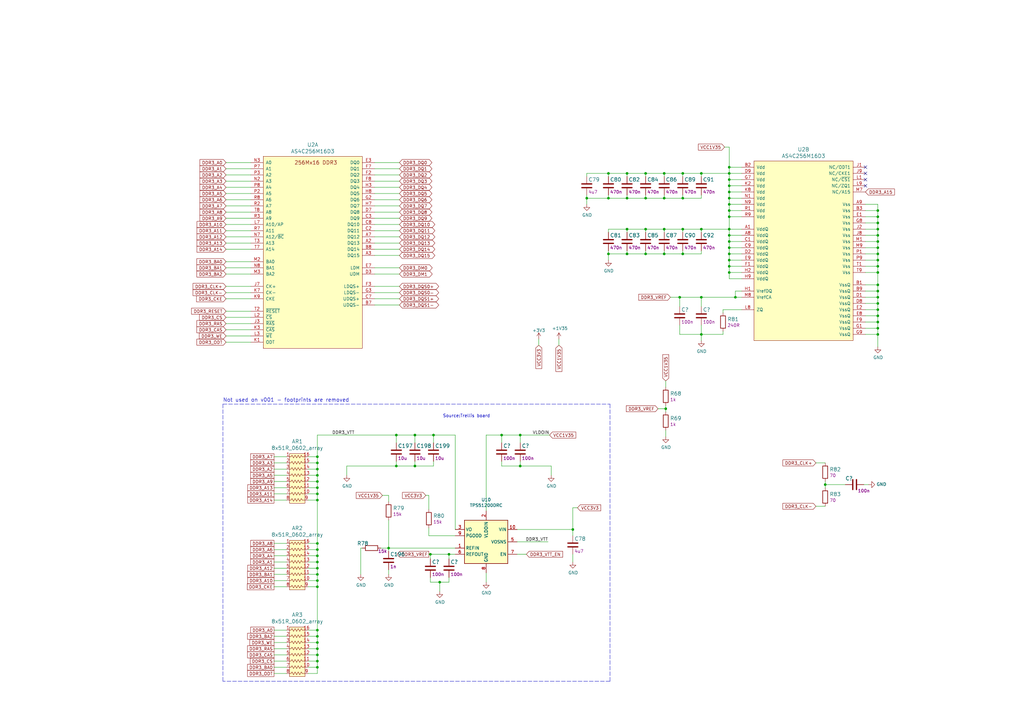
<source format=kicad_sch>
(kicad_sch (version 20231120) (generator "eeschema") (generator_version "8.0")
  (paper "A3")
  (title_block (title "DDR3") (rev "1.0.3") (comment 1 "Reference - ecp5-dc-scm") (comment 2 "Apache License 2.0"))
  (junction (at 130.175 192.405))
  (junction (at 176.53 227.33))
  (junction (at 287.655 71.12))
  (junction (at 301.625 121.92))
  (junction (at 159.385 224.79))
  (junction (at 287.655 121.92))
  (junction (at 299.085 81.28))
  (junction (at 170.18 191.135))
  (junction (at 360.045 132.08))
  (junction (at 299.085 76.2))
  (junction (at 287.655 93.98))
  (junction (at 299.085 111.76))
  (junction (at 264.795 71.12))
  (junction (at 360.045 134.62))
  (junction (at 257.175 71.12))
  (junction (at 360.045 93.98))
  (junction (at 360.045 137.16))
  (junction (at 280.035 93.98))
  (junction (at 360.045 88.9))
  (junction (at 180.34 238.76))
  (junction (at 360.045 96.52))
  (junction (at 360.045 116.84))
  (junction (at 278.765 121.92))
  (junction (at 130.175 268.605))
  (junction (at 240.665 81.28))
  (junction (at 130.175 271.145))
  (junction (at 299.085 101.6))
  (junction (at 130.175 197.485))
  (junction (at 360.045 127))
  (junction (at 360.045 101.6))
  (junction (at 360.045 129.54))
  (junction (at 299.085 88.9))
  (junction (at 130.175 202.565))
  (junction (at 130.175 240.665))
  (junction (at 130.175 200.025))
  (junction (at 130.175 233.045))
  (junction (at 299.085 71.12))
  (junction (at 360.045 119.38))
  (junction (at 257.175 104.14))
  (junction (at 360.045 121.92))
  (junction (at 257.175 93.98))
  (junction (at 280.035 71.12))
  (junction (at 299.085 99.06))
  (junction (at 249.555 104.14))
  (junction (at 213.36 191.135))
  (junction (at 299.085 93.98))
  (junction (at 360.045 111.76))
  (junction (at 360.045 99.06))
  (junction (at 130.175 194.945))
  (junction (at 280.035 104.14))
  (junction (at 272.415 93.98))
  (junction (at 287.655 137.16))
  (junction (at 130.175 238.125))
  (junction (at 272.415 81.28))
  (junction (at 272.415 104.14))
  (junction (at 162.56 178.435))
  (junction (at 130.175 230.505))
  (junction (at 264.795 104.14))
  (junction (at 299.085 86.36))
  (junction (at 299.085 78.74))
  (junction (at 264.795 93.98))
  (junction (at 273.05 167.64))
  (junction (at 264.795 81.28))
  (junction (at 360.045 106.68))
  (junction (at 130.175 235.585))
  (junction (at 299.085 104.14))
  (junction (at 162.56 191.135))
  (junction (at 280.035 81.28))
  (junction (at 249.555 81.28))
  (junction (at 257.175 81.28))
  (junction (at 130.175 273.685))
  (junction (at 338.455 198.755))
  (junction (at 205.74 178.435))
  (junction (at 299.085 83.82))
  (junction (at 130.175 189.865))
  (junction (at 130.175 222.885))
  (junction (at 130.175 205.105))
  (junction (at 360.045 109.22))
  (junction (at 130.175 258.445))
  (junction (at 249.555 71.12))
  (junction (at 360.045 86.36))
  (junction (at 299.085 96.52))
  (junction (at 360.045 104.14))
  (junction (at 130.175 266.065))
  (junction (at 130.175 225.425))
  (junction (at 130.175 263.525))
  (junction (at 130.175 187.325))
  (junction (at 130.175 260.985))
  (junction (at 360.045 124.46))
  (junction (at 184.15 227.33))
  (junction (at 177.8 178.435))
  (junction (at 299.085 106.68))
  (junction (at 130.175 227.965))
  (junction (at 213.36 178.435))
  (junction (at 272.415 71.12))
  (junction (at 299.085 73.66))
  (junction (at 299.085 68.58))
  (junction (at 170.18 178.435))
  (junction (at 234.95 217.17))
  (junction (at 299.085 109.22))
  (junction (at 360.045 91.44))
  (no_connect (at 354.965 73.66))
  (no_connect (at 354.965 68.58))
  (no_connect (at 354.965 71.12))
  (no_connect (at 354.965 76.2))
  (wire (pts (xy 112.395 202.565) (xy 117.475 202.565)))
  (wire (pts (xy 296.545 127) (xy 304.165 127)))
  (wire (pts (xy 304.165 83.82) (xy 299.085 83.82)))
  (wire (pts (xy 162.56 178.435) (xy 162.56 181.61)))
  (wire (pts (xy 280.035 104.14) (xy 287.655 104.14)))
  (wire (pts (xy 153.67 112.395) (xy 163.83 112.395)))
  (wire (pts (xy 212.09 217.17) (xy 234.95 217.17)))
  (wire (pts (xy 304.165 81.28) (xy 299.085 81.28)))
  (wire (pts (xy 170.18 178.435) (xy 177.8 178.435)))
  (polyline (pts (xy 250.19 165.735) (xy 250.19 279.4)) (stroke (width 0) (type dash)))
  (wire (pts (xy 117.475 266.065) (xy 112.395 266.065)))
  (polyline (pts (xy 91.44 165.735) (xy 250.19 165.735)) (stroke (width 0) (type dash)))
  (wire (pts (xy 304.165 96.52) (xy 299.085 96.52)))
  (wire (pts (xy 234.95 227.33) (xy 234.95 230.505)))
  (wire (pts (xy 354.965 119.38) (xy 360.045 119.38)))
  (wire (pts (xy 112.395 227.965) (xy 117.475 227.965)))
  (wire (pts (xy 112.395 271.145) (xy 117.475 271.145)))
  (wire (pts (xy 287.655 71.12) (xy 287.655 72.39)))
  (wire (pts (xy 130.175 187.325) (xy 130.175 189.865)))
  (wire (pts (xy 278.765 133.35) (xy 278.765 137.16)))
  (wire (pts (xy 112.395 263.525) (xy 117.475 263.525)))
  (wire (pts (xy 287.655 121.92) (xy 278.765 121.92)))
  (wire (pts (xy 92.71 127.635) (xy 102.87 127.635)))
  (wire (pts (xy 92.71 89.535) (xy 102.87 89.535)))
  (wire (pts (xy 226.06 191.135) (xy 226.06 194.945)))
  (wire (pts (xy 213.36 178.435) (xy 213.36 181.61)))
  (wire (pts (xy 130.175 266.065) (xy 126.365 266.065)))
  (wire (pts (xy 130.175 230.505) (xy 130.175 233.045)))
  (wire (pts (xy 304.165 111.76) (xy 299.085 111.76)))
  (wire (pts (xy 272.415 71.12) (xy 280.035 71.12)))
  (wire (pts (xy 92.71 92.075) (xy 102.87 92.075)))
  (wire (pts (xy 176.53 236.855) (xy 176.53 238.76)))
  (wire (pts (xy 112.395 235.585) (xy 117.475 235.585)))
  (wire (pts (xy 299.085 76.2) (xy 299.085 73.66)))
  (wire (pts (xy 304.165 76.2) (xy 299.085 76.2)))
  (wire (pts (xy 177.8 178.435) (xy 177.8 181.61)))
  (wire (pts (xy 92.71 109.855) (xy 102.87 109.855)))
  (wire (pts (xy 360.045 121.92) (xy 360.045 119.38)))
  (wire (pts (xy 299.085 83.82) (xy 299.085 81.28)))
  (wire (pts (xy 92.71 94.615) (xy 102.87 94.615)))
  (wire (pts (xy 304.165 86.36) (xy 299.085 86.36)))
  (wire (pts (xy 117.475 273.685) (xy 112.395 273.685)))
  (wire (pts (xy 287.655 139.7) (xy 287.655 137.16)))
  (wire (pts (xy 280.035 93.98) (xy 280.035 95.25)))
  (wire (pts (xy 354.33 198.755) (xy 356.235 198.755)))
  (wire (pts (xy 159.385 226.06) (xy 159.385 224.79)))
  (wire (pts (xy 130.175 178.435) (xy 162.56 178.435)))
  (wire (pts (xy 234.95 217.17) (xy 234.95 219.71)))
  (wire (pts (xy 354.965 101.6) (xy 360.045 101.6)))
  (wire (pts (xy 117.475 192.405) (xy 112.395 192.405)))
  (wire (pts (xy 126.365 235.585) (xy 130.175 235.585)))
  (wire (pts (xy 92.71 71.755) (xy 102.87 71.755)))
  (wire (pts (xy 175.895 203.2) (xy 174.625 203.2)))
  (wire (pts (xy 130.175 227.965) (xy 130.175 230.505)))
  (wire (pts (xy 112.395 230.505) (xy 117.475 230.505)))
  (wire (pts (xy 338.455 198.755) (xy 346.71 198.755)))
  (wire (pts (xy 257.175 80.01) (xy 257.175 81.28)))
  (wire (pts (xy 299.085 81.28) (xy 299.085 78.74)))
  (wire (pts (xy 176.53 227.33) (xy 176.53 229.235)))
  (wire (pts (xy 299.085 88.9) (xy 299.085 86.36)))
  (wire (pts (xy 92.71 132.715) (xy 102.87 132.715)))
  (wire (pts (xy 163.83 109.855) (xy 153.67 109.855)))
  (wire (pts (xy 130.175 197.485) (xy 130.175 200.025)))
  (wire (pts (xy 175.895 219.71) (xy 186.69 219.71)))
  (wire (pts (xy 130.175 187.325) (xy 130.175 178.435)))
  (wire (pts (xy 92.71 140.335) (xy 102.87 140.335)))
  (wire (pts (xy 205.74 178.435) (xy 213.36 178.435)))
  (wire (pts (xy 117.475 222.885) (xy 112.395 222.885)))
  (wire (pts (xy 299.085 106.68) (xy 299.085 104.14)))
  (wire (pts (xy 112.395 200.025) (xy 117.475 200.025)))
  (wire (pts (xy 130.175 192.405) (xy 130.175 194.945)))
  (wire (pts (xy 280.035 80.01) (xy 280.035 81.28)))
  (wire (pts (xy 130.175 263.525) (xy 130.175 266.065)))
  (wire (pts (xy 299.085 86.36) (xy 299.085 83.82)))
  (wire (pts (xy 360.045 99.06) (xy 360.045 96.52)))
  (wire (pts (xy 92.71 135.255) (xy 102.87 135.255)))
  (wire (pts (xy 360.045 129.54) (xy 360.045 127)))
  (wire (pts (xy 126.365 205.105) (xy 130.175 205.105)))
  (wire (pts (xy 299.085 73.66) (xy 299.085 71.12)))
  (wire (pts (xy 159.385 203.2) (xy 159.385 205.74)))
  (wire (pts (xy 360.045 116.84) (xy 360.045 111.76)))
  (wire (pts (xy 264.795 80.01) (xy 264.795 81.28)))
  (wire (pts (xy 163.83 79.375) (xy 153.67 79.375)))
  (wire (pts (xy 130.175 222.885) (xy 130.175 225.425)))
  (wire (pts (xy 240.665 71.12) (xy 249.555 71.12)))
  (wire (pts (xy 130.175 202.565) (xy 130.175 205.105)))
  (wire (pts (xy 126.365 240.665) (xy 130.175 240.665)))
  (wire (pts (xy 296.545 135.89) (xy 296.545 137.16)))
  (wire (pts (xy 148.59 224.79) (xy 147.955 224.79)))
  (wire (pts (xy 92.71 76.835) (xy 102.87 76.835)))
  (wire (pts (xy 264.795 93.98) (xy 272.415 93.98)))
  (wire (pts (xy 269.875 167.64) (xy 273.05 167.64)))
  (wire (pts (xy 360.045 134.62) (xy 360.045 132.08)))
  (wire (pts (xy 126.365 200.025) (xy 130.175 200.025)))
  (wire (pts (xy 92.71 107.315) (xy 102.87 107.315)))
  (wire (pts (xy 249.555 71.12) (xy 257.175 71.12)))
  (wire (pts (xy 126.365 260.985) (xy 130.175 260.985)))
  (wire (pts (xy 177.8 178.435) (xy 186.69 178.435)))
  (wire (pts (xy 175.895 227.33) (xy 176.53 227.33)))
  (wire (pts (xy 163.83 86.995) (xy 153.67 86.995)))
  (wire (pts (xy 170.18 189.23) (xy 170.18 191.135)))
  (wire (pts (xy 199.39 178.435) (xy 205.74 178.435)))
  (wire (pts (xy 162.56 189.23) (xy 162.56 191.135)))
  (wire (pts (xy 92.71 117.475) (xy 102.87 117.475)))
  (wire (pts (xy 130.175 233.045) (xy 130.175 235.585)))
  (wire (pts (xy 354.965 111.76) (xy 360.045 111.76)))
  (wire (pts (xy 126.365 194.945) (xy 130.175 194.945)))
  (wire (pts (xy 301.625 121.92) (xy 304.165 121.92)))
  (wire (pts (xy 287.655 71.12) (xy 299.085 71.12)))
  (wire (pts (xy 176.53 227.33) (xy 184.15 227.33)))
  (wire (pts (xy 299.085 96.52) (xy 299.085 93.98)))
  (polyline (pts (xy 250.19 279.4) (xy 91.44 279.4)) (stroke (width 0) (type dash)))
  (wire (pts (xy 130.175 238.125) (xy 126.365 238.125)))
  (wire (pts (xy 175.895 203.2) (xy 175.895 208.915)))
  (wire (pts (xy 354.965 93.98) (xy 360.045 93.98)))
  (wire (pts (xy 177.8 189.23) (xy 177.8 191.135)))
  (wire (pts (xy 272.415 80.01) (xy 272.415 81.28)))
  (wire (pts (xy 354.965 116.84) (xy 360.045 116.84)))
  (wire (pts (xy 272.415 102.87) (xy 272.415 104.14)))
  (wire (pts (xy 126.365 268.605) (xy 130.175 268.605)))
  (wire (pts (xy 126.365 192.405) (xy 130.175 192.405)))
  (wire (pts (xy 224.79 222.25) (xy 212.09 222.25)))
  (wire (pts (xy 130.175 273.685) (xy 130.175 271.145)))
  (wire (pts (xy 360.045 127) (xy 360.045 124.46)))
  (wire (pts (xy 299.085 78.74) (xy 299.085 76.2)))
  (wire (pts (xy 287.655 93.98) (xy 299.085 93.98)))
  (wire (pts (xy 360.045 119.38) (xy 360.045 116.84)))
  (wire (pts (xy 184.15 236.855) (xy 184.15 238.76)))
  (wire (pts (xy 334.645 207.645) (xy 338.455 207.645)))
  (wire (pts (xy 126.365 276.225) (xy 130.175 276.225)))
  (wire (pts (xy 354.965 129.54) (xy 360.045 129.54)))
  (wire (pts (xy 299.085 111.76) (xy 299.085 109.22)))
  (wire (pts (xy 126.365 263.525) (xy 130.175 263.525)))
  (wire (pts (xy 296.545 137.16) (xy 287.655 137.16)))
  (wire (pts (xy 163.83 71.755) (xy 153.67 71.755)))
  (wire (pts (xy 240.665 81.28) (xy 240.665 83.82)))
  (wire (pts (xy 92.71 66.675) (xy 102.87 66.675)))
  (wire (pts (xy 272.415 71.12) (xy 272.415 72.39)))
  (wire (pts (xy 249.555 102.87) (xy 249.555 104.14)))
  (wire (pts (xy 159.385 224.79) (xy 156.21 224.79)))
  (wire (pts (xy 163.83 120.015) (xy 153.67 120.015)))
  (wire (pts (xy 147.955 224.79) (xy 147.955 235.585)))
  (wire (pts (xy 117.475 258.445) (xy 112.395 258.445)))
  (wire (pts (xy 296.545 127) (xy 296.545 128.27)))
  (wire (pts (xy 272.415 104.14) (xy 280.035 104.14)))
  (wire (pts (xy 163.83 76.835) (xy 153.67 76.835)))
  (wire (pts (xy 130.175 205.105) (xy 130.175 222.885)))
  (wire (pts (xy 360.045 124.46) (xy 360.045 121.92)))
  (wire (pts (xy 112.395 187.325) (xy 117.475 187.325)))
  (wire (pts (xy 240.665 80.01) (xy 240.665 81.28)))
  (wire (pts (xy 299.085 109.22) (xy 299.085 106.68)))
  (wire (pts (xy 280.035 71.12) (xy 280.035 72.39)))
  (wire (pts (xy 360.045 101.6) (xy 360.045 99.06)))
  (wire (pts (xy 249.555 93.98) (xy 249.555 95.25)))
  (wire (pts (xy 126.365 230.505) (xy 130.175 230.505)))
  (wire (pts (xy 163.83 125.095) (xy 153.67 125.095)))
  (wire (pts (xy 162.56 178.435) (xy 170.18 178.435)))
  (wire (pts (xy 180.34 238.76) (xy 184.15 238.76)))
  (wire (pts (xy 117.475 225.425) (xy 112.395 225.425)))
  (wire (pts (xy 287.655 80.01) (xy 287.655 81.28)))
  (wire (pts (xy 264.795 71.12) (xy 264.795 72.39)))
  (wire (pts (xy 163.83 74.295) (xy 153.67 74.295)))
  (wire (pts (xy 249.555 104.14) (xy 257.175 104.14)))
  (wire (pts (xy 354.965 137.16) (xy 360.045 137.16)))
  (wire (pts (xy 304.165 88.9) (xy 299.085 88.9)))
  (wire (pts (xy 92.71 137.795) (xy 102.87 137.795)))
  (wire (pts (xy 130.175 202.565) (xy 126.365 202.565)))
  (wire (pts (xy 112.395 197.485) (xy 117.475 197.485)))
  (wire (pts (xy 184.15 227.33) (xy 186.69 227.33)))
  (wire (pts (xy 354.965 127) (xy 360.045 127)))
  (wire (pts (xy 92.71 130.175) (xy 102.87 130.175)))
  (wire (pts (xy 249.555 71.12) (xy 249.555 72.39)))
  (wire (pts (xy 177.8 191.135) (xy 170.18 191.135)))
  (wire (pts (xy 360.045 86.36) (xy 360.045 83.82)))
  (wire (pts (xy 287.655 93.98) (xy 287.655 95.25)))
  (wire (pts (xy 142.24 191.135) (xy 142.24 194.945)))
  (wire (pts (xy 257.175 93.98) (xy 257.175 95.25)))
  (wire (pts (xy 297.18 60.325) (xy 299.085 60.325)))
  (wire (pts (xy 354.965 88.9) (xy 360.045 88.9)))
  (wire (pts (xy 213.36 178.435) (xy 225.425 178.435)))
  (wire (pts (xy 159.385 235.585) (xy 159.385 233.68)))
  (wire (pts (xy 287.655 133.35) (xy 287.655 137.16)))
  (wire (pts (xy 249.555 93.98) (xy 257.175 93.98)))
  (wire (pts (xy 92.71 69.215) (xy 102.87 69.215)))
  (wire (pts (xy 273.05 167.64) (xy 273.05 168.91)))
  (wire (pts (xy 264.795 71.12) (xy 272.415 71.12)))
  (wire (pts (xy 354.965 96.52) (xy 360.045 96.52)))
  (wire (pts (xy 360.045 106.68) (xy 360.045 104.14)))
  (wire (pts (xy 92.71 79.375) (xy 102.87 79.375)))
  (wire (pts (xy 130.175 200.025) (xy 130.175 202.565)))
  (wire (pts (xy 354.965 104.14) (xy 360.045 104.14)))
  (wire (pts (xy 301.625 119.38) (xy 301.625 121.92)))
  (wire (pts (xy 153.67 66.675) (xy 163.83 66.675)))
  (wire (pts (xy 354.965 134.62) (xy 360.045 134.62)))
  (wire (pts (xy 360.045 83.82) (xy 354.965 83.82)))
  (wire (pts (xy 126.365 187.325) (xy 130.175 187.325)))
  (wire (pts (xy 272.415 93.98) (xy 280.035 93.98)))
  (wire (pts (xy 264.795 93.98) (xy 264.795 95.25)))
  (wire (pts (xy 162.56 191.135) (xy 142.24 191.135)))
  (wire (pts (xy 240.665 71.12) (xy 240.665 72.39)))
  (wire (pts (xy 126.365 225.425) (xy 130.175 225.425)))
  (wire (pts (xy 159.385 203.2) (xy 156.845 203.2)))
  (wire (pts (xy 205.74 189.23) (xy 205.74 191.135)))
  (wire (pts (xy 213.36 191.135) (xy 226.06 191.135)))
  (wire (pts (xy 112.395 240.665) (xy 117.475 240.665)))
  (wire (pts (xy 287.655 102.87) (xy 287.655 104.14)))
  (wire (pts (xy 257.175 71.12) (xy 264.795 71.12)))
  (wire (pts (xy 360.045 91.44) (xy 360.045 88.9)))
  (wire (pts (xy 130.175 225.425) (xy 130.175 227.965)))
  (wire (pts (xy 163.83 104.775) (xy 153.67 104.775)))
  (wire (pts (xy 130.175 240.665) (xy 130.175 258.445)))
  (wire (pts (xy 274.955 121.92) (xy 278.765 121.92)))
  (wire (pts (xy 130.175 227.965) (xy 126.365 227.965)))
  (wire (pts (xy 354.965 132.08) (xy 360.045 132.08)))
  (wire (pts (xy 299.085 104.14) (xy 299.085 101.6)))
  (wire (pts (xy 280.035 102.87) (xy 280.035 104.14)))
  (wire (pts (xy 299.085 114.3) (xy 299.085 111.76)))
  (wire (pts (xy 184.15 227.33) (xy 184.15 229.235)))
  (wire (pts (xy 205.74 178.435) (xy 205.74 181.61)))
  (wire (pts (xy 126.365 189.865) (xy 130.175 189.865)))
  (wire (pts (xy 273.05 156.21) (xy 273.05 158.75)))
  (wire (pts (xy 170.18 178.435) (xy 170.18 181.61)))
  (wire (pts (xy 304.165 114.3) (xy 299.085 114.3)))
  (wire (pts (xy 130.175 273.685) (xy 126.365 273.685)))
  (wire (pts (xy 112.395 268.605) (xy 117.475 268.605)))
  (wire (pts (xy 299.085 93.98) (xy 299.085 88.9)))
  (wire (pts (xy 92.71 112.395) (xy 102.87 112.395)))
  (wire (pts (xy 159.385 224.79) (xy 186.69 224.79)))
  (wire (pts (xy 360.045 93.98) (xy 360.045 91.44)))
  (wire (pts (xy 304.165 104.14) (xy 299.085 104.14)))
  (wire (pts (xy 92.71 102.235) (xy 102.87 102.235)))
  (wire (pts (xy 215.9 227.33) (xy 212.09 227.33)))
  (wire (pts (xy 112.395 189.865) (xy 117.475 189.865)))
  (wire (pts (xy 170.18 191.135) (xy 162.56 191.135)))
  (wire (pts (xy 273.05 176.53) (xy 273.05 179.07)))
  (wire (pts (xy 257.175 93.98) (xy 264.795 93.98)))
  (wire (pts (xy 272.415 81.28) (xy 280.035 81.28)))
  (wire (pts (xy 360.045 109.22) (xy 360.045 106.68)))
  (wire (pts (xy 249.555 106.68) (xy 249.555 104.14)))
  (wire (pts (xy 130.175 271.145) (xy 130.175 268.605)))
  (wire (pts (xy 304.165 73.66) (xy 299.085 73.66)))
  (wire (pts (xy 354.965 86.36) (xy 360.045 86.36)))
  (wire (pts (xy 264.795 104.14) (xy 272.415 104.14)))
  (wire (pts (xy 220.98 139.065) (xy 220.98 141.605)))
  (wire (pts (xy 299.085 101.6) (xy 299.085 99.06)))
  (wire (pts (xy 280.035 93.98) (xy 287.655 93.98)))
  (wire (pts (xy 257.175 104.14) (xy 264.795 104.14)))
  (wire (pts (xy 186.69 178.435) (xy 186.69 217.17)))
  (wire (pts (xy 130.175 222.885) (xy 126.365 222.885)))
  (wire (pts (xy 92.71 86.995) (xy 102.87 86.995)))
  (wire (pts (xy 354.965 99.06) (xy 360.045 99.06)))
  (wire (pts (xy 229.235 139.065) (xy 229.235 141.605)))
  (wire (pts (xy 360.045 142.24) (xy 360.045 137.16)))
  (wire (pts (xy 338.455 198.755) (xy 338.455 197.485)))
  (wire (pts (xy 287.655 121.92) (xy 287.655 125.73)))
  (wire (pts (xy 304.165 99.06) (xy 299.085 99.06)))
  (wire (pts (xy 280.035 81.28) (xy 287.655 81.28)))
  (wire (pts (xy 126.365 233.045) (xy 130.175 233.045)))
  (wire (pts (xy 199.39 238.76) (xy 199.39 234.95)))
  (wire (pts (xy 304.165 78.74) (xy 299.085 78.74)))
  (wire (pts (xy 199.39 178.435) (xy 199.39 209.55)))
  (wire (pts (xy 92.71 74.295) (xy 102.87 74.295)))
  (wire (pts (xy 92.71 99.695) (xy 102.87 99.695)))
  (wire (pts (xy 163.83 122.555) (xy 153.67 122.555)))
  (wire (pts (xy 280.035 71.12) (xy 287.655 71.12)))
  (wire (pts (xy 213.36 189.23) (xy 213.36 191.135)))
  (wire (pts (xy 163.83 89.535) (xy 153.67 89.535)))
  (wire (pts (xy 130.175 197.485) (xy 126.365 197.485)))
  (wire (pts (xy 354.965 91.44) (xy 360.045 91.44)))
  (wire (pts (xy 180.34 242.57) (xy 180.34 238.76)))
  (wire (pts (xy 304.165 109.22) (xy 299.085 109.22)))
  (wire (pts (xy 249.555 80.01) (xy 249.555 81.28)))
  (wire (pts (xy 354.965 106.68) (xy 360.045 106.68)))
  (wire (pts (xy 159.385 213.36) (xy 159.385 224.79)))
  (wire (pts (xy 126.365 271.145) (xy 130.175 271.145)))
  (wire (pts (xy 163.83 84.455) (xy 153.67 84.455)))
  (wire (pts (xy 273.05 166.37) (xy 273.05 167.64)))
  (wire (pts (xy 304.165 106.68) (xy 299.085 106.68)))
  (wire (pts (xy 163.83 117.475) (xy 153.67 117.475)))
  (wire (pts (xy 299.085 60.325) (xy 299.085 68.58)))
  (wire (pts (xy 112.395 238.125) (xy 117.475 238.125)))
  (wire (pts (xy 92.71 122.555) (xy 102.87 122.555)))
  (wire (pts (xy 163.83 92.075) (xy 153.67 92.075)))
  (wire (pts (xy 130.175 238.125) (xy 130.175 240.665)))
  (wire (pts (xy 304.165 119.38) (xy 301.625 119.38)))
  (wire (pts (xy 304.165 68.58) (xy 299.085 68.58)))
  (wire (pts (xy 163.83 94.615) (xy 153.67 94.615)))
  (wire (pts (xy 92.71 97.155) (xy 102.87 97.155)))
  (wire (pts (xy 360.045 104.14) (xy 360.045 101.6)))
  (wire (pts (xy 112.395 194.945) (xy 117.475 194.945)))
  (wire (pts (xy 234.95 208.28) (xy 236.855 208.28)))
  (wire (pts (xy 163.83 69.215) (xy 153.67 69.215)))
  (wire (pts (xy 130.175 189.865) (xy 130.175 192.405)))
  (wire (pts (xy 299.085 71.12) (xy 299.085 68.58)))
  (wire (pts (xy 130.175 235.585) (xy 130.175 238.125)))
  (wire (pts (xy 176.53 238.76) (xy 180.34 238.76)))
  (wire (pts (xy 175.895 216.535) (xy 175.895 219.71)))
  (wire (pts (xy 130.175 268.605) (xy 130.175 266.065)))
  (wire (pts (xy 360.045 132.08) (xy 360.045 129.54)))
  (wire (pts (xy 92.71 120.015) (xy 102.87 120.015)))
  (polyline (pts (xy 91.44 279.4) (xy 91.44 165.735)) (stroke (width 0) (type dash)))
  (wire (pts (xy 338.455 200.025) (xy 338.455 198.755)))
  (wire (pts (xy 264.795 102.87) (xy 264.795 104.14)))
  (wire (pts (xy 304.165 93.98) (xy 299.085 93.98)))
  (wire (pts (xy 117.475 233.045) (xy 112.395 233.045)))
  (wire (pts (xy 163.83 102.235) (xy 153.67 102.235)))
  (wire (pts (xy 257.175 81.28) (xy 264.795 81.28)))
  (wire (pts (xy 257.175 71.12) (xy 257.175 72.39)))
  (wire (pts (xy 112.395 260.985) (xy 117.475 260.985)))
  (wire (pts (xy 249.555 81.28) (xy 257.175 81.28)))
  (wire (pts (xy 360.045 137.16) (xy 360.045 134.62)))
  (wire (pts (xy 354.965 109.22) (xy 360.045 109.22)))
  (wire (pts (xy 264.795 81.28) (xy 272.415 81.28)))
  (wire (pts (xy 257.175 102.87) (xy 257.175 104.14)))
  (wire (pts (xy 163.83 99.695) (xy 153.67 99.695)))
  (wire (pts (xy 112.395 205.105) (xy 117.475 205.105)))
  (wire (pts (xy 130.175 260.985) (xy 130.175 263.525)))
  (wire (pts (xy 287.655 121.92) (xy 301.625 121.92)))
  (wire (pts (xy 360.045 96.52) (xy 360.045 93.98)))
  (wire (pts (xy 163.83 97.155) (xy 153.67 97.155)))
  (wire (pts (xy 92.71 81.915) (xy 102.87 81.915)))
  (wire (pts (xy 360.045 111.76) (xy 360.045 109.22)))
  (wire (pts (xy 299.085 99.06) (xy 299.085 96.52)))
  (wire (pts (xy 130.175 273.685) (xy 130.175 276.225)))
  (wire (pts (xy 130.175 194.945) (xy 130.175 197.485)))
  (wire (pts (xy 287.655 137.16) (xy 278.765 137.16)))
  (wire (pts (xy 130.175 258.445) (xy 130.175 260.985)))
  (wire (pts (xy 354.965 121.92) (xy 360.045 121.92)))
  (wire (pts (xy 234.95 208.28) (xy 234.95 217.17)))
  (wire (pts (xy 360.045 88.9) (xy 360.045 86.36)))
  (wire (pts (xy 240.665 81.28) (xy 249.555 81.28)))
  (wire (pts (xy 278.765 121.92) (xy 278.765 125.73)))
  (wire (pts (xy 112.395 276.225) (xy 117.475 276.225)))
  (wire (pts (xy 130.175 258.445) (xy 126.365 258.445)))
  (wire (pts (xy 92.71 84.455) (xy 102.87 84.455)))
  (wire (pts (xy 354.965 124.46) (xy 360.045 124.46)))
  (wire (pts (xy 338.455 189.865) (xy 334.645 189.865)))
  (wire (pts (xy 163.83 81.915) (xy 153.67 81.915)))
  (wire (pts (xy 272.415 93.98) (xy 272.415 95.25)))
  (wire (pts (xy 304.165 101.6) (xy 299.085 101.6)))
  (wire (pts (xy 213.36 191.135) (xy 205.74 191.135)))
  (wire (pts (xy 304.165 71.12) (xy 299.085 71.12)))
  (text "Not used on v001 - footprints are removed" (at 91.44 165.1 0) (effects (font (size 1.524 1.524)) (justify left bottom)))
  (text "Source:Trellis board" (at 181.61 171.45 0) (effects (font (size 1.27 1.27)) (justify left bottom)))
  (label "VLDOIN" (at 218.44 178.435 0))
  (label "DDR3_VTT" (at 145.415 178.435 180))
  (label "DDR3_VTT" (at 224.79 222.25 180))
  (global_label "DDR3_A1" (shape input) (at 92.71 69.215 180) (property "Intersheetrefs" "${INTERSHEET_REFS}" (effects (hide yes))))
  (global_label "DDR3_A9" (shape passive) (at 112.395 197.485 180) (property "Intersheetrefs" "${INTERSHEET_REFS}" (effects (hide yes))))
  (global_label "DDR3_DQ14" (shape bidirectional) (at 163.83 102.235 0) (property "Intersheetrefs" "${INTERSHEET_REFS}" (effects (hide yes))))
  (global_label "DDR3_WE" (shape input) (at 92.71 137.795 180) (property "Intersheetrefs" "${INTERSHEET_REFS}" (effects (hide yes))))
  (global_label "DDR3_A10" (shape passive) (at 112.395 238.125 180) (property "Intersheetrefs" "${INTERSHEET_REFS}" (effects (hide yes))))
  (global_label "DDR3_A11" (shape passive) (at 112.395 202.565 180) (property "Intersheetrefs" "${INTERSHEET_REFS}" (effects (hide yes))))
  (global_label "DDR3_DQ1" (shape bidirectional) (at 163.83 69.215 0) (property "Intersheetrefs" "${INTERSHEET_REFS}" (effects (hide yes))))
  (global_label "DDR3_A7" (shape input) (at 92.71 84.455 180) (property "Intersheetrefs" "${INTERSHEET_REFS}" (effects (hide yes))))
  (global_label "DDR3_BA2" (shape passive) (at 112.395 260.985 180) (property "Intersheetrefs" "${INTERSHEET_REFS}" (effects (hide yes))))
  (global_label "DDR3_A14" (shape passive) (at 112.395 205.105 180) (property "Intersheetrefs" "${INTERSHEET_REFS}" (effects (hide yes))))
  (global_label "DDR3_A14" (shape input) (at 92.71 102.235 180) (property "Intersheetrefs" "${INTERSHEET_REFS}" (effects (hide yes))))
  (global_label "DDR3_DQ2" (shape bidirectional) (at 163.83 71.755 0) (property "Intersheetrefs" "${INTERSHEET_REFS}" (effects (hide yes))))
  (global_label "DDR3_CS" (shape input) (at 92.71 130.175 180) (property "Intersheetrefs" "${INTERSHEET_REFS}" (effects (hide yes))))
  (global_label "DDR3_DQS1-" (shape bidirectional) (at 163.83 125.095 0) (property "Intersheetrefs" "${INTERSHEET_REFS}" (effects (hide yes))))
  (global_label "DDR3_ODT" (shape passive) (at 112.395 276.225 180) (property "Intersheetrefs" "${INTERSHEET_REFS}" (effects (hide yes))))
  (global_label "DDR3_DQ7" (shape bidirectional) (at 163.83 84.455 0) (property "Intersheetrefs" "${INTERSHEET_REFS}" (effects (hide yes))))
  (global_label "DDR3_A5" (shape passive) (at 112.395 194.945 180) (property "Intersheetrefs" "${INTERSHEET_REFS}" (effects (hide yes))))
  (global_label "DDR3_A5" (shape input) (at 92.71 79.375 180) (property "Intersheetrefs" "${INTERSHEET_REFS}" (effects (hide yes))))
  (global_label "DDR3_DQ6" (shape bidirectional) (at 163.83 81.915 0) (property "Intersheetrefs" "${INTERSHEET_REFS}" (effects (hide yes))))
  (global_label "DDR3_A7" (shape passive) (at 112.395 187.325 180) (property "Intersheetrefs" "${INTERSHEET_REFS}" (effects (hide yes))))
  (global_label "DDR3_A1" (shape passive) (at 112.395 230.505 180) (property "Intersheetrefs" "${INTERSHEET_REFS}" (effects (hide yes))))
  (global_label "DDR3_VTT_EN" (shape input) (at 215.9 227.33 0) (property "Intersheetrefs" "${INTERSHEET_REFS}" (effects (hide yes))))
  (global_label "VCC1V35" (shape input) (at 156.845 203.2 180) (property "Intersheetrefs" "${INTERSHEET_REFS}" (effects (hide yes))))
  (global_label "DDR3_DQS0-" (shape bidirectional) (at 163.83 120.015 0) (property "Intersheetrefs" "${INTERSHEET_REFS}" (effects (hide yes))))
  (global_label "DDR3_DQS1+" (shape bidirectional) (at 163.83 122.555 0) (property "Intersheetrefs" "${INTERSHEET_REFS}" (effects (hide yes))))
  (global_label "DDR3_DQ8" (shape bidirectional) (at 163.83 86.995 0) (property "Intersheetrefs" "${INTERSHEET_REFS}" (effects (hide yes))))
  (global_label "DDR3_A8" (shape input) (at 92.71 86.995 180) (property "Intersheetrefs" "${INTERSHEET_REFS}" (effects (hide yes))))
  (global_label "DDR3_A13" (shape passive) (at 112.395 200.025 180) (property "Intersheetrefs" "${INTERSHEET_REFS}" (effects (hide yes))))
  (global_label "DDR3_A2" (shape input) (at 92.71 71.755 180) (property "Intersheetrefs" "${INTERSHEET_REFS}" (effects (hide yes))))
  (global_label "DDR3_WE" (shape passive) (at 112.395 263.525 180) (property "Intersheetrefs" "${INTERSHEET_REFS}" (effects (hide yes))))
  (global_label "DDR3_A10" (shape input) (at 92.71 92.075 180) (property "Intersheetrefs" "${INTERSHEET_REFS}" (effects (hide yes))))
  (global_label "DDR3_A0" (shape passive) (at 112.395 258.445 180) (property "Intersheetrefs" "${INTERSHEET_REFS}" (effects (hide yes))))
  (global_label "DDR3_DQ4" (shape bidirectional) (at 163.83 76.835 0) (property "Intersheetrefs" "${INTERSHEET_REFS}" (effects (hide yes))))
  (global_label "DDR3_VREF" (shape input) (at 269.875 167.64 180) (property "Intersheetrefs" "${INTERSHEET_REFS}" (effects (hide yes))))
  (global_label "DDR3_A13" (shape input) (at 92.71 99.695 180) (property "Intersheetrefs" "${INTERSHEET_REFS}" (effects (hide yes))))
  (global_label "DDR3_VREF" (shape input) (at 274.955 121.92 180) (property "Intersheetrefs" "${INTERSHEET_REFS}" (effects (hide yes))))
  (global_label "DDR3_A12" (shape passive) (at 112.395 233.045 180) (property "Intersheetrefs" "${INTERSHEET_REFS}" (effects (hide yes))))
  (global_label "DDR3_A4" (shape input) (at 92.71 76.835 180) (property "Intersheetrefs" "${INTERSHEET_REFS}" (effects (hide yes))))
  (global_label "DDR3_DQ13" (shape bidirectional) (at 163.83 99.695 0) (property "Intersheetrefs" "${INTERSHEET_REFS}" (effects (hide yes))))
  (global_label "DDR3_BA1" (shape passive) (at 112.395 235.585 180) (property "Intersheetrefs" "${INTERSHEET_REFS}" (effects (hide yes))))
  (global_label "VCC1V35" (shape input) (at 297.18 60.325 180) (property "Intersheetrefs" "${INTERSHEET_REFS}" (effects (hide yes))))
  (global_label "DDR3_DQ0" (shape bidirectional) (at 163.83 66.675 0) (property "Intersheetrefs" "${INTERSHEET_REFS}" (effects (hide yes))))
  (global_label "DDR3_CLK-" (shape input) (at 334.645 207.645 180) (property "Intersheetrefs" "${INTERSHEET_REFS}" (effects (hide yes))))
  (global_label "DDR3_BA2" (shape input) (at 92.71 112.395 180) (property "Intersheetrefs" "${INTERSHEET_REFS}" (effects (hide yes))))
  (global_label "DDR3_BA0" (shape passive) (at 112.395 273.685 180) (property "Intersheetrefs" "${INTERSHEET_REFS}" (effects (hide yes))))
  (global_label "DDR3_A3" (shape passive) (at 112.395 189.865 180) (property "Intersheetrefs" "${INTERSHEET_REFS}" (effects (hide yes))))
  (global_label "DDR3_DQ15" (shape bidirectional) (at 163.83 104.775 0) (property "Intersheetrefs" "${INTERSHEET_REFS}" (effects (hide yes))))
  (global_label "DDR3_DQ9" (shape bidirectional) (at 163.83 89.535 0) (property "Intersheetrefs" "${INTERSHEET_REFS}" (effects (hide yes))))
  (global_label "DDR3_RESET" (shape input) (at 92.71 127.635 180) (property "Intersheetrefs" "${INTERSHEET_REFS}" (effects (hide yes))))
  (global_label "DDR3_CS" (shape passive) (at 112.395 271.145 180) (property "Intersheetrefs" "${INTERSHEET_REFS}" (effects (hide yes))))
  (global_label "DDR3_RAS" (shape input) (at 92.71 132.715 180) (property "Intersheetrefs" "${INTERSHEET_REFS}" (effects (hide yes))))
  (global_label "DDR3_A6" (shape passive) (at 112.395 225.425 180) (property "Intersheetrefs" "${INTERSHEET_REFS}" (effects (hide yes))))
  (global_label "VCC3V3" (shape input) (at 236.855 208.28 0) (property "Intersheetrefs" "${INTERSHEET_REFS}" (effects (hide yes))))
  (global_label "DDR3_A12" (shape input) (at 92.71 97.155 180) (property "Intersheetrefs" "${INTERSHEET_REFS}" (effects (hide yes))))
  (global_label "DDR3_ODT" (shape input) (at 92.71 140.335 180) (property "Intersheetrefs" "${INTERSHEET_REFS}" (effects (hide yes))))
  (global_label "DDR3_DQ11" (shape bidirectional) (at 163.83 94.615 0) (property "Intersheetrefs" "${INTERSHEET_REFS}" (effects (hide yes))))
  (global_label "DDR3_BA0" (shape input) (at 92.71 107.315 180) (property "Intersheetrefs" "${INTERSHEET_REFS}" (effects (hide yes))))
  (global_label "VCC1V35" (shape input) (at 273.05 156.21 90) (property "Intersheetrefs" "${INTERSHEET_REFS}" (effects (hide yes))))
  (global_label "DDR3_RAS" (shape passive) (at 112.395 266.065 180) (property "Intersheetrefs" "${INTERSHEET_REFS}" (effects (hide yes))))
  (global_label "VCC1V35" (shape input) (at 229.235 141.605 270) (property "Intersheetrefs" "${INTERSHEET_REFS}" (effects (hide yes))))
  (global_label "DDR3_A8" (shape passive) (at 112.395 222.885 180) (property "Intersheetrefs" "${INTERSHEET_REFS}" (effects (hide yes))))
  (global_label "DDR3_A2" (shape passive) (at 112.395 192.405 180) (property "Intersheetrefs" "${INTERSHEET_REFS}" (effects (hide yes))))
  (global_label "DDR3_DQS0+" (shape bidirectional) (at 163.83 117.475 0) (property "Intersheetrefs" "${INTERSHEET_REFS}" (effects (hide yes))))
  (global_label "VCC3V3" (shape input) (at 220.98 141.605 270) (property "Intersheetrefs" "${INTERSHEET_REFS}" (effects (hide yes))))
  (global_label "DDR3_CLK+" (shape input) (at 334.645 189.865 180) (property "Intersheetrefs" "${INTERSHEET_REFS}" (effects (hide yes))))
  (global_label "DDR3_DQ5" (shape bidirectional) (at 163.83 79.375 0) (property "Intersheetrefs" "${INTERSHEET_REFS}" (effects (hide yes))))
  (global_label "DDR3_DQ3" (shape bidirectional) (at 163.83 74.295 0) (property "Intersheetrefs" "${INTERSHEET_REFS}" (effects (hide yes))))
  (global_label "DDR3_CAS" (shape input) (at 92.71 135.255 180) (property "Intersheetrefs" "${INTERSHEET_REFS}" (effects (hide yes))))
  (global_label "VCC3V3" (shape input) (at 174.625 203.2 180) (property "Intersheetrefs" "${INTERSHEET_REFS}" (effects (hide yes))))
  (global_label "DDR3_CLK+" (shape input) (at 92.71 117.475 180) (property "Intersheetrefs" "${INTERSHEET_REFS}" (effects (hide yes))))
  (global_label "DDR3_A6" (shape input) (at 92.71 81.915 180) (property "Intersheetrefs" "${INTERSHEET_REFS}" (effects (hide yes))))
  (global_label "DDR3_CLK-" (shape input) (at 92.71 120.015 180) (property "Intersheetrefs" "${INTERSHEET_REFS}" (effects (hide yes))))
  (global_label "DDR3_A11" (shape input) (at 92.71 94.615 180) (property "Intersheetrefs" "${INTERSHEET_REFS}" (effects (hide yes))))
  (global_label "DDR3_DM0" (shape bidirectional) (at 163.83 109.855 0) (property "Intersheetrefs" "${INTERSHEET_REFS}" (effects (hide yes))))
  (global_label "DDR3_CKE" (shape input) (at 92.71 122.555 180) (property "Intersheetrefs" "${INTERSHEET_REFS}" (effects (hide yes))))
  (global_label "DDR3_A3" (shape input) (at 92.71 74.295 180) (property "Intersheetrefs" "${INTERSHEET_REFS}" (effects (hide yes))))
  (global_label "DDR3_DQ10" (shape bidirectional) (at 163.83 92.075 0) (property "Intersheetrefs" "${INTERSHEET_REFS}" (effects (hide yes))))
  (global_label "DDR3_BA1" (shape input) (at 92.71 109.855 180) (property "Intersheetrefs" "${INTERSHEET_REFS}" (effects (hide yes))))
  (global_label "DDR3_A15" (shape input) (at 354.965 78.74 0) (property "Intersheetrefs" "${INTERSHEET_REFS}" (effects (hide yes))))
  (global_label "DDR3_DQ12" (shape bidirectional) (at 163.83 97.155 0) (property "Intersheetrefs" "${INTERSHEET_REFS}" (effects (hide yes))))
  (global_label "DDR3_A4" (shape passive) (at 112.395 227.965 180) (property "Intersheetrefs" "${INTERSHEET_REFS}" (effects (hide yes))))
  (global_label "DDR3_DM1" (shape bidirectional) (at 163.83 112.395 0) (property "Intersheetrefs" "${INTERSHEET_REFS}" (effects (hide yes))))
  (global_label "DDR3_A0" (shape input) (at 92.71 66.675 180) (property "Intersheetrefs" "${INTERSHEET_REFS}" (effects (hide yes))))
  (global_label "VCC1V35" (shape input) (at 225.425 178.435 0) (property "Intersheetrefs" "${INTERSHEET_REFS}" (effects (hide yes))))
  (global_label "DDR3_CKE" (shape passive) (at 112.395 240.665 180) (property "Intersheetrefs" "${INTERSHEET_REFS}" (effects (hide yes))))
  (global_label "DDR3_VREF" (shape output) (at 175.895 227.33 180) (property "Intersheetrefs" "${INTERSHEET_REFS}" (effects (hide yes))))
  (global_label "DDR3_CAS" (shape passive) (at 112.395 268.605 180) (property "Intersheetrefs" "${INTERSHEET_REFS}" (effects (hide yes))))
  (global_label "DDR3_A9" (shape input) (at 92.71 89.535 180) (property "Intersheetrefs" "${INTERSHEET_REFS}" (effects (hide yes))))
  (symbol (lib_id "ecp5-dc-scm:R_51R_0402") (at 338.455 193.675 270) (unit 1)
    (property "Reference" "R82" (at 340.233 192.532 90) (effects (font (size 1.524 1.524)) (justify left)))
    (property "Value" "70" (effects (hide yes)))
    (property "Footprint" "Resistor_SMD:R_0402_1005Metric" (effects (hide yes)))
    (property "Manufacturer" "YAGEO" (effects (hide yes)))
    (property "MPN" "RC0402FR-0751RL" (effects (hide yes)))
    (property "Val" "70" (at 340.233 195.0212 90) (effects (justify left)))
  )
  (symbol (lib_id "ecp5-dc-scm:R_51R_0402") (at 338.455 203.835 270) (unit 1)
    (property "Reference" "R83" (at 340.233 202.692 90) (effects (font (size 1.524 1.524)) (justify left)))
    (property "Value" "70" (effects (hide yes)))
    (property "Footprint" "Resistor_SMD:R_0402_1005Metric" (effects (hide yes)))
    (property "Manufacturer" "YAGEO" (effects (hide yes)))
    (property "MPN" "RC0402FR-0751RL" (effects (hide yes)))
    (property "Val" "70" (at 340.233 205.1812 90) (effects (justify left)))
  )
  (symbol (lib_id "ecp5-dc-scm:C_4u7_0402") (at 240.665 76.2 0) (unit 1)
    (property "Reference" "C79" (at 241.3 73.66 0) (effects (font (size 1.524 1.524)) (justify left)))
    (property "Value" "470n" (effects (hide yes)))
    (property "Footprint" "Capacitor_SMD:C_0402_1005Metric" (effects (hide yes)))
    (property "Manufacturer" "MURATA" (effects (hide yes)))
    (property "MPN" "GRM155R61A475MEAAD" (effects (hide yes)))
    (property "Val" "4u7" (at 241.3 78.74 0) (effects (justify left)))
  )
  (symbol (lib_id "ecp5-dc-scm:C_470n_0402") (at 249.555 76.2 0) (unit 1)
    (property "Reference" "C80" (at 250.19 73.66 0) (effects (font (size 1.524 1.524)) (justify left)))
    (property "Value" "470n" (effects (hide yes)))
    (property "Footprint" "Capacitor_SMD:C_0402_1005Metric" (effects (hide yes)))
    (property "Manufacturer" "TDK" (effects (hide yes)))
    (property "MPN" "C1005X5R1E474M050BB" (effects (hide yes)))
    (property "Val" "470n" (at 250.19 78.74 0) (effects (justify left)))
  )
  (symbol (lib_id "ecp5-dc-scm:C_470n_0402") (at 257.175 76.2 0) (unit 1)
    (property "Reference" "C82" (at 257.81 73.66 0) (effects (font (size 1.524 1.524)) (justify left)))
    (property "Value" "470n" (effects (hide yes)))
    (property "Footprint" "Capacitor_SMD:C_0402_1005Metric" (effects (hide yes)))
    (property "Manufacturer" "TDK" (effects (hide yes)))
    (property "MPN" "C1005X5R1E474M050BB" (effects (hide yes)))
    (property "Val" "470n" (at 257.81 78.74 0) (effects (justify left)))
  )
  (symbol (lib_id "ecp5-dc-scm:C_470n_0402") (at 264.795 76.2 0) (unit 1)
    (property "Reference" "C84" (at 265.43 73.66 0) (effects (font (size 1.524 1.524)) (justify left)))
    (property "Value" "470n" (effects (hide yes)))
    (property "Footprint" "Capacitor_SMD:C_0402_1005Metric" (effects (hide yes)))
    (property "Manufacturer" "TDK" (effects (hide yes)))
    (property "MPN" "C1005X5R1E474M050BB" (effects (hide yes)))
    (property "Val" "470n" (at 265.43 78.74 0) (effects (justify left)))
  )
  (symbol (lib_id "ecp5-dc-scm:C_470n_0402") (at 272.415 76.2 0) (unit 1)
    (property "Reference" "C86" (at 273.05 73.66 0) (effects (font (size 1.524 1.524)) (justify left)))
    (property "Value" "470n" (effects (hide yes)))
    (property "Footprint" "Capacitor_SMD:C_0402_1005Metric" (effects (hide yes)))
    (property "Manufacturer" "TDK" (effects (hide yes)))
    (property "MPN" "C1005X5R1E474M050BB" (effects (hide yes)))
    (property "Val" "470n" (at 273.05 78.74 0) (effects (justify left)))
  )
  (symbol (lib_id "ecp5-dc-scm:C_470n_0402") (at 280.035 76.2 0) (unit 1)
    (property "Reference" "C89" (at 280.67 73.66 0) (effects (font (size 1.524 1.524)) (justify left)))
    (property "Value" "470n" (effects (hide yes)))
    (property "Footprint" "Capacitor_SMD:C_0402_1005Metric" (effects (hide yes)))
    (property "Manufacturer" "TDK" (effects (hide yes)))
    (property "MPN" "C1005X5R1E474M050BB" (effects (hide yes)))
    (property "Val" "470n" (at 280.67 78.74 0) (effects (justify left)))
  )
  (symbol (lib_id "ecp5-dc-scm:C_470n_0402") (at 287.655 76.2 0) (unit 1)
    (property "Reference" "C91" (at 288.29 73.66 0) (effects (font (size 1.524 1.524)) (justify left)))
    (property "Value" "470n" (effects (hide yes)))
    (property "Footprint" "Capacitor_SMD:C_0402_1005Metric" (effects (hide yes)))
    (property "Manufacturer" "TDK" (effects (hide yes)))
    (property "MPN" "C1005X5R1E474M050BB" (effects (hide yes)))
    (property "Val" "470n" (at 288.29 78.74 0) (effects (justify left)))
  )
  (symbol (lib_id "ecp5-dc-scm:C_470n_0402") (at 249.555 99.06 0) (unit 1)
    (property "Reference" "C81" (at 250.19 96.52 0) (effects (font (size 1.524 1.524)) (justify left)))
    (property "Value" "470n" (effects (hide yes)))
    (property "Footprint" "Capacitor_SMD:C_0402_1005Metric" (effects (hide yes)))
    (property "Manufacturer" "TDK" (effects (hide yes)))
    (property "MPN" "C1005X5R1E474M050BB" (effects (hide yes)))
    (property "Val" "470n" (at 250.19 101.6 0) (effects (justify left)))
  )
  (symbol (lib_id "ecp5-dc-scm:C_470n_0402") (at 257.175 99.06 0) (unit 1)
    (property "Reference" "C83" (at 257.81 96.52 0) (effects (font (size 1.524 1.524)) (justify left)))
    (property "Value" "470n" (effects (hide yes)))
    (property "Footprint" "Capacitor_SMD:C_0402_1005Metric" (effects (hide yes)))
    (property "Manufacturer" "TDK" (effects (hide yes)))
    (property "MPN" "C1005X5R1E474M050BB" (effects (hide yes)))
    (property "Val" "470n" (at 257.81 101.6 0) (effects (justify left)))
  )
  (symbol (lib_id "ecp5-dc-scm:C_470n_0402") (at 264.795 99.06 0) (unit 1)
    (property "Reference" "C85" (at 265.43 96.52 0) (effects (font (size 1.524 1.524)) (justify left)))
    (property "Value" "470n" (effects (hide yes)))
    (property "Footprint" "Capacitor_SMD:C_0402_1005Metric" (effects (hide yes)))
    (property "Manufacturer" "TDK" (effects (hide yes)))
    (property "MPN" "C1005X5R1E474M050BB" (effects (hide yes)))
    (property "Val" "470n" (at 265.43 101.6 0) (effects (justify left)))
  )
  (symbol (lib_id "ecp5-dc-scm:C_470n_0402") (at 272.415 99.06 0) (unit 1)
    (property "Reference" "C87" (at 273.05 96.52 0) (effects (font (size 1.524 1.524)) (justify left)))
    (property "Value" "470n" (effects (hide yes)))
    (property "Footprint" "Capacitor_SMD:C_0402_1005Metric" (effects (hide yes)))
    (property "Manufacturer" "TDK" (effects (hide yes)))
    (property "MPN" "C1005X5R1E474M050BB" (effects (hide yes)))
    (property "Val" "470n" (at 273.05 101.6 0) (effects (justify left)))
  )
  (symbol (lib_id "ecp5-dc-scm:C_470n_0402") (at 280.035 99.06 0) (unit 1)
    (property "Reference" "C90" (at 280.67 96.52 0) (effects (font (size 1.524 1.524)) (justify left)))
    (property "Value" "470n" (effects (hide yes)))
    (property "Footprint" "Capacitor_SMD:C_0402_1005Metric" (effects (hide yes)))
    (property "Manufacturer" "TDK" (effects (hide yes)))
    (property "MPN" "C1005X5R1E474M050BB" (effects (hide yes)))
    (property "Val" "470n" (at 280.67 101.6 0) (effects (justify left)))
  )
  (symbol (lib_id "ecp5-dc-scm:C_470n_0402") (at 287.655 99.06 0) (unit 1)
    (property "Reference" "C92" (at 288.29 96.52 0) (effects (font (size 1.524 1.524)) (justify left)))
    (property "Value" "470n" (effects (hide yes)))
    (property "Footprint" "Capacitor_SMD:C_0402_1005Metric" (effects (hide yes)))
    (property "Manufacturer" "TDK" (effects (hide yes)))
    (property "MPN" "C1005X5R1E474M050BB" (effects (hide yes)))
    (property "Val" "470n" (at 288.29 101.6 0) (effects (justify left)))
  )
  (symbol (lib_id "ecp5-dc-scm:C_100n_0402") (at 278.765 129.54 0) (unit 1)
    (property "Reference" "C?" (at 279.4 127 0) (effects (font (size 1.524 1.524)) (justify left)))
    (property "Value" "100n" (effects (hide yes)))
    (property "Footprint" "Capacitor_SMD:C_0402_1005Metric" (effects (hide yes)))
    (property "Manufacturer" "Walsin" (effects (hide yes)))
    (property "MPN" "0402X104K6R3CT" (effects (hide yes)))
    (property "Val" "100n" (at 279.4 132.08 0) (effects (justify left)))
    (instances (project "" (path "" (reference "C?") (unit 1)) (path "" (reference "C88") (unit 1))))
  )
  (symbol (lib_id "ecp5-dc-scm:C_100n_0402") (at 287.655 129.54 0) (unit 1)
    (property "Reference" "C?" (at 288.29 127 0) (effects (font (size 1.524 1.524)) (justify left)))
    (property "Value" "100n" (effects (hide yes)))
    (property "Footprint" "Capacitor_SMD:C_0402_1005Metric" (effects (hide yes)))
    (property "Manufacturer" "Walsin" (effects (hide yes)))
    (property "MPN" "0402X104K6R3CT" (effects (hide yes)))
    (property "Val" "100n" (at 288.29 132.08 0) (effects (justify left)))
    (instances (project "" (path "" (reference "C?") (unit 1)) (path "" (reference "C93") (unit 1))))
  )
  (symbol (lib_id "ecp5-dc-scm:R_240R_0402") (at 296.545 132.08 270) (unit 1)
    (property "Reference" "R81" (at 298.323 130.937 90) (effects (font (size 1.524 1.524)) (justify left)))
    (property "Value" "240R" (effects (hide yes)))
    (property "Footprint" "Resistor_SMD:R_0402_1005Metric" (effects (hide yes)))
    (property "Manufacturer" "PANASONIC" (effects (hide yes)))
    (property "MPN" "ERJ2GEJ241X" (effects (hide yes)))
    (property "Val" "240R" (at 298.323 133.4262 90) (effects (justify left)))
  )
  (symbol (lib_id "ecp5-dc-scm:8x51R_0602_array") (at 122.555 197.485 0) (unit 1)
    (property "Reference" "AR1" (at 121.92 181.0512 0) (effects (font (size 1.524 1.524))))
    (property "Value" "8x51R_0602_array" (at 121.92 183.7436 0) (effects (font (size 1.524 1.524))))
    (property "Datasheet" "http://industrial.panasonic.com/cdbs/www-data/pdf/AOC0000/AOC0000C14.pdf" (effects (hide yes)))
    (property "MPN" "EXB2HV510JV" (effects (hide yes)))
    (property "Manufacturer" "Panasonic" (effects (hide yes)))
  )
  (symbol (lib_id "ecp5-dc-scm:8x51R_0602_array") (at 122.555 233.045 0) (unit 1)
    (property "Reference" "AR2" (at 121.92 216.6112 0) (effects (font (size 1.524 1.524))))
    (property "Value" "8x51R_0602_array" (at 121.92 219.3036 0) (effects (font (size 1.524 1.524))))
    (property "Datasheet" "http://industrial.panasonic.com/cdbs/www-data/pdf/AOC0000/AOC0000C14.pdf" (effects (hide yes)))
    (property "MPN" "EXB2HV510JV" (effects (hide yes)))
    (property "Manufacturer" "Panasonic" (effects (hide yes)))
  )
  (symbol (lib_id "ecp5-dc-scm:8x51R_0602_array") (at 122.555 268.605 0) (unit 1)
    (property "Reference" "AR3" (at 121.92 252.1712 0) (effects (font (size 1.524 1.524))))
    (property "Value" "8x51R_0602_array" (at 121.92 254.8636 0) (effects (font (size 1.524 1.524))))
    (property "Datasheet" "http://industrial.panasonic.com/cdbs/www-data/pdf/AOC0000/AOC0000C14.pdf" (effects (hide yes)))
    (property "MPN" "EXB2HV510JV" (effects (hide yes)))
    (property "Manufacturer" "Panasonic" (effects (hide yes)))
  )
  (symbol (lib_id "ecp5-dc-scm:C_10u_0402") (at 162.56 185.42 0) (unit 1)
    (property "Reference" "C197" (at 163.195 182.88 0) (effects (font (size 1.524 1.524)) (justify left)))
    (property "Value" "10u" (effects (hide yes)))
    (property "Manufacturer" "MURATA" (effects (hide yes)))
    (property "MPN" "GRM155R60J106ME44D" (effects (hide yes)))
    (property "Val" "10u" (at 163.195 187.96 0) (effects (justify left)))
  )
  (symbol (lib_id "ecp5-dc-scm:R_10k_0402") (at 152.4 224.79 180) (unit 1)
    (property "Reference" "R78" (at 151.13 222.885 0) (effects (font (size 1.524 1.524)) (justify left)))
    (property "Value" "15k" (effects (hide yes)))
    (property "Manufacturer" "VISHAY" (effects (hide yes)))
    (property "MPN" "CRCW040210K0FKEDHP" (effects (hide yes)))
    (property "Val" "15k" (at 158.75 226.06 0) (effects (justify left)))
  )
  (symbol (lib_id "ecp5-dc-scm:C_10u_0402") (at 170.18 185.42 0) (unit 1)
    (property "Reference" "C198" (at 170.815 182.88 0) (effects (font (size 1.524 1.524)) (justify left)))
    (property "Value" "10u" (effects (hide yes)))
    (property "Manufacturer" "MURATA" (effects (hide yes)))
    (property "MPN" "GRM155R60J106ME44D" (effects (hide yes)))
    (property "Val" "10u" (at 170.815 187.96 0) (effects (justify left)))
  )
  (symbol (lib_id "ecp5-dc-scm:C_10u_0402") (at 177.8 185.42 0) (unit 1)
    (property "Reference" "C199" (at 178.435 182.88 0) (effects (font (size 1.524 1.524)) (justify left)))
    (property "Value" "10u" (effects (hide yes)))
    (property "Manufacturer" "MURATA" (effects (hide yes)))
    (property "MPN" "GRM155R60J106ME44D" (effects (hide yes)))
    (property "Val" "10u" (at 178.435 187.96 0) (effects (justify left)))
  )
  (symbol (lib_id "ecp5-dc-scm:C_100n_0402") (at 205.74 185.42 0) (unit 1)
    (property "Reference" "C?" (at 206.375 182.88 0) (effects (font (size 1.524 1.524)) (justify left)))
    (property "Value" "100n" (effects (hide yes)))
    (property "Manufacturer" "Walsin" (effects (hide yes)))
    (property "MPN" "0402X104K6R3CT" (effects (hide yes)))
    (property "Val" "100n" (at 206.375 187.96 0) (effects (justify left)))
    (instances (project "" (path "" (reference "C?") (unit 1)) (path "" (reference "C202") (unit 1))))
  )
  (symbol (lib_id "ecp5-dc-scm:GND") (at 180.34 242.57 0) (unit 1)
    (property "Reference" "#PWR0120" (effects (hide yes)))
    (property "Value" "GND" (at 180.467 246.9642 0))
  )
  (symbol (lib_id "ecp5-dc-scm:R_10k_0402") (at 159.385 209.55 270) (unit 1)
    (property "Reference" "R79" (at 161.163 208.407 90) (effects (font (size 1.524 1.524)) (justify left)))
    (property "Value" "15k" (effects (hide yes)))
    (property "Manufacturer" "VISHAY" (effects (hide yes)))
    (property "MPN" "CRCW040210K0FKEDHP" (effects (hide yes)))
    (property "Val" "15k" (at 161.163 210.8962 90) (effects (justify left)))
  )
  (symbol (lib_id "ecp5-dc-scm:R_10k_0402") (at 175.895 212.725 270) (unit 1)
    (property "Reference" "R80" (at 177.673 211.582 90) (effects (font (size 1.524 1.524)) (justify left)))
    (property "Value" "15k" (effects (hide yes)))
    (property "Manufacturer" "VISHAY" (effects (hide yes)))
    (property "MPN" "CRCW040210K0FKEDHP" (effects (hide yes)))
    (property "Val" "15k" (at 177.673 214.0712 90) (effects (justify left)))
  )
  (symbol (lib_id "ecp5-dc-scm:GND") (at 142.24 194.945 0) (unit 1)
    (property "Reference" "#PWR0116" (effects (hide yes)))
    (property "Value" "GND" (at 142.367 199.3392 0))
  )
  (symbol (lib_id "ecp5-dc-scm:GND") (at 226.06 194.945 0) (unit 1)
    (property "Reference" "#PWR0129" (effects (hide yes)))
    (property "Value" "GND" (at 226.187 199.3392 0))
  )
  (symbol (lib_id "ecp5-dc-scm:GND") (at 147.955 235.585 0) (unit 1)
    (property "Reference" "#PWR0118" (effects (hide yes)))
    (property "Value" "GND" (at 148.082 239.9792 0))
  )
  (symbol (lib_id "ecp5-dc-scm:GND") (at 199.39 238.76 0) (unit 1)
    (property "Reference" "#PWR0117" (effects (hide yes)))
    (property "Value" "GND" (at 199.517 243.1542 0))
  )
  (symbol (lib_id "ecp5-dc-scm:C_10u_0402") (at 234.95 223.52 0) (unit 1)
    (property "Reference" "C78" (at 235.585 220.98 0) (effects (font (size 1.524 1.524)) (justify left)))
    (property "Value" "4u7" (effects (hide yes)))
    (property "Footprint" "Capacitor_SMD:C_0402_1005Metric" (effects (hide yes)))
    (property "Manufacturer" "MURATA" (effects (hide yes)))
    (property "MPN" "GRM155R60J106ME44D" (effects (hide yes)))
    (property "Val" "4u7" (at 235.585 226.06 0) (effects (justify left)))
  )
  (symbol (lib_id "ecp5-dc-scm:GND") (at 234.95 230.505 0) (unit 1)
    (property "Reference" "#PWR0119" (effects (hide yes)))
    (property "Value" "GND" (at 235.077 234.8992 0))
  )
  (symbol (lib_id "ecp5-dc-scm:GND") (at 240.665 83.82 0) (unit 1)
    (property "Reference" "#PWR0121" (effects (hide yes)))
    (property "Value" "GND" (at 240.792 88.2142 0))
  )
  (symbol (lib_id "ecp5-dc-scm:GND") (at 249.555 106.68 0) (unit 1)
    (property "Reference" "#PWR0122" (effects (hide yes)))
    (property "Value" "GND" (at 249.682 111.0742 0))
  )
  (symbol (lib_id "ecp5-dc-scm:GND") (at 287.655 139.7 0) (unit 1)
    (property "Reference" "#PWR0123" (effects (hide yes)))
    (property "Value" "GND" (at 287.782 144.0942 0))
  )
  (symbol (lib_id "ecp5-dc-scm:GND") (at 360.045 142.24 0) (unit 1)
    (property "Reference" "#PWR0125" (effects (hide yes)))
    (property "Value" "GND" (at 360.172 146.6342 0))
  )
  (symbol (lib_id "ecp5-dc-scm:GND") (at 356.235 198.755 90) (unit 1)
    (property "Reference" "#PWR0128" (effects (hide yes)))
    (property "Value" "GND" (at 359.4862 198.628 90) (effects (justify right)))
  )
  (symbol (lib_id "ulx4m-rescue:+1V35-power") (at 229.235 139.065 0) (unit 1)
    (property "Reference" "#PWR?" (effects (hide yes)))
    (property "Value" "+1V35" (at 229.616 134.6708 0))
    (instances (project "" (path "" (reference "#PWR?") (unit 1)) (path "" (reference "#PWR0138") (unit 1))))
  )
  (symbol (lib_id "ulx4m-rescue:+3V3-power") (at 220.98 139.065 0) (unit 1)
    (property "Reference" "#PWR?" (effects (hide yes)))
    (property "Value" "+3V3" (at 220.98 135.509 0))
    (instances (project "" (path "" (reference "#PWR?") (unit 1)) (path "" (reference "#PWR0139") (unit 1))))
  )
  (symbol (lib_id "ecp5-dc-scm:C_100n_0402") (at 213.36 185.42 0) (unit 1)
    (property "Reference" "C?" (at 213.995 182.88 0) (effects (font (size 1.524 1.524)) (justify left)))
    (property "Value" "100n" (effects (hide yes)))
    (property "Manufacturer" "Walsin" (effects (hide yes)))
    (property "MPN" "0402X104K6R3CT" (effects (hide yes)))
    (property "Val" "100n" (at 213.995 187.96 0) (effects (justify left)))
    (instances (project "" (path "" (reference "C?") (unit 1)) (path "" (reference "C240") (unit 1))))
  )
  (symbol (lib_id "ecp5-dc-scm:C_100n_0402") (at 176.53 233.045 0) (unit 1)
    (property "Reference" "C?" (at 177.165 230.505 0) (effects (font (size 1.524 1.524)) (justify left)))
    (property "Value" "100n" (effects (hide yes)))
    (property "Manufacturer" "Walsin" (effects (hide yes)))
    (property "MPN" "0402X104K6R3CT" (effects (hide yes)))
    (property "Val" "100n" (at 177.165 235.585 0) (effects (justify left)))
    (instances (project "" (path "" (reference "C?") (unit 1)) (path "" (reference "C200") (unit 1))))
  )
  (symbol (lib_id "ecp5-dc-scm:C_100n_0402") (at 184.15 233.045 0) (unit 1)
    (property "Reference" "C?" (at 184.785 230.505 0) (effects (font (size 1.524 1.524)) (justify left)))
    (property "Value" "100n" (effects (hide yes)))
    (property "Manufacturer" "Walsin" (effects (hide yes)))
    (property "MPN" "0402X104K6R3CT" (effects (hide yes)))
    (property "Val" "100n" (at 184.785 235.585 0) (effects (justify left)))
    (instances (project "" (path "" (reference "C?") (unit 1)) (path "" (reference "C201") (unit 1))))
  )
  (symbol (lib_id "ecp5-dc-scm:C_100n_0402") (at 350.52 198.755 270) (unit 1)
    (property "Reference" "C?" (at 346.71 196.215 90) (effects (font (size 1.524 1.524)) (justify left)))
    (property "Value" "100n" (effects (hide yes)))
    (property "Footprint" "Capacitor_SMD:C_0402_1005Metric" (effects (hide yes)))
    (property "Manufacturer" "Walsin" (effects (hide yes)))
    (property "MPN" "0402X104K6R3CT" (effects (hide yes)))
    (property "Val" "100n" (at 351.79 201.295 90) (effects (justify left)))
    (instances (project "" (path "" (reference "C?") (unit 1)) (path "" (reference "C94") (unit 1))))
  )
  (symbol (lib_id "ecp5-dc-scm:AS4C256M16D3") (at 128.27 103.505 0) (unit 1)
    (property "Reference" "U2" (at 128.27 59.3852 0) (effects (font (size 1.524 1.524))))
    (property "Value" "AS4C256M16D3" (at 128.27 62.0776 0) (effects (font (size 1.524 1.524))))
    (property "Footprint" "AS4C256M16D3:BGA-96_9.0x13.0mm_Layout2x3x16_P0.8mm" (effects (hide yes)))
  )
  (symbol (lib_id "ecp5-dc-scm:AS4C256M16D3") (at 329.565 102.87 0) (unit 2)
    (property "Reference" "U2" (at 329.565 61.2902 0) (effects (font (size 1.524 1.524))))
    (property "Value" "AS4C256M16D3" (at 329.565 63.9826 0) (effects (font (size 1.524 1.524))))
    (property "Footprint" "AS4C256M16D3:BGA-96_9.0x13.0mm_Layout2x3x16_P0.8mm" (effects (hide yes)))
  )
  (symbol (lib_id "ecp5-dc-scm:TPS51200DRC") (at 199.39 222.25 0) (mirror y) (unit 1)
    (property "Reference" "U10" (at 199.39 204.9526 0))
    (property "Value" "TPS51200DRC" (at 199.39 207.264 0))
  )
  (symbol (lib_id "ecp5-dc-scm:R_10k_0402") (at 273.05 162.56 270) (unit 1)
    (property "Reference" "R68" (at 274.828 161.417 90) (effects (font (size 1.524 1.524)) (justify left)))
    (property "Value" "1k" (effects (hide yes)))
    (property "Footprint" "Resistor_SMD:R_0402_1005Metric" (effects (hide yes)))
    (property "Manufacturer" "VISHAY" (effects (hide yes)))
    (property "MPN" "CRCW040210K0FKEDHP" (effects (hide yes)))
    (property "Val" "1k" (at 274.828 163.9062 90) (effects (justify left)))
  )
  (symbol (lib_id "ecp5-dc-scm:R_10k_0402") (at 273.05 172.72 270) (unit 1)
    (property "Reference" "R69" (at 274.828 171.577 90) (effects (font (size 1.524 1.524)) (justify left)))
    (property "Value" "1k" (effects (hide yes)))
    (property "Footprint" "Resistor_SMD:R_0402_1005Metric" (effects (hide yes)))
    (property "Manufacturer" "VISHAY" (effects (hide yes)))
    (property "MPN" "CRCW040210K0FKEDHP" (effects (hide yes)))
    (property "Val" "1k" (at 274.828 174.0662 90) (effects (justify left)))
  )
  (symbol (lib_id "ecp5-dc-scm:GND") (at 273.05 179.07 0) (unit 1)
    (property "Reference" "#PWR033" (effects (hide yes)))
    (property "Value" "GND" (at 273.177 183.4642 0))
  )
  (symbol (lib_id "ecp5-dc-scm:C_1n_0402") (at 159.385 229.87 0) (unit 1)
    (property "Reference" "C196" (at 160.02 227.33 0) (effects (font (size 1.524 1.524)) (justify left)))
    (property "Value" "1n" (effects (hide yes)))
    (property "Manufacturer" "YAGEO" (effects (hide yes)))
    (property "MPN" "CC0402KRX7R9BB102" (effects (hide yes)))
    (property "Val" "1n" (at 160.02 232.41 0) (effects (justify left)))
  )
  (symbol (lib_id "ecp5-dc-scm:GND") (at 159.385 235.585 0) (unit 1)
    (property "Reference" "#PWR0124" (effects (hide yes)))
    (property "Value" "GND" (at 159.512 239.9792 0))
  )
)
</source>
